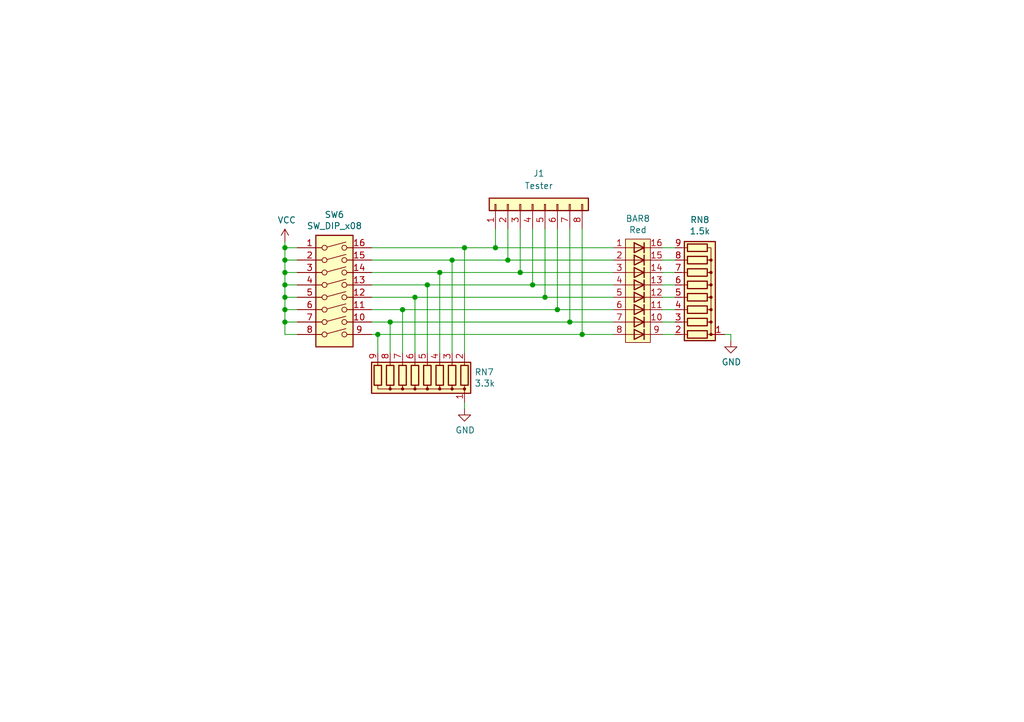
<source format=kicad_sch>
(kicad_sch (version 20250114) (generator "eeschema") (generator_version "9.0")
  (paper "User" 210.007 148.006)
  (title_block (title "Tester Module") (date "2023-05-23") (rev "A.32") (comment 2 "https://github.com/adrienkohlbecker/BB816") (comment 3 "Licensed under CERN-OHL-W v2") (comment 4 "Copyright © 2022-2023 Adrien Kohlbecker"))
  (lib_symbols
    (symbol "BB816:LED-Array-8" (pin_names (offset 1.016) (hide yes))
      (property "Reference" "BAR" (at 0 11.938 0))
      (property "Value" "LED-Array-8" (at 0.762 -12.065 0))
      (symbol "LED-Array-8_0_1"
        (polyline (pts (xy -2.54 8.89) (xy 2.54 8.89)))
        (polyline (pts (xy -2.54 6.35) (xy 2.54 6.35)))
        (polyline (pts (xy -2.54 3.81) (xy 2.54 3.81)))
        (polyline (pts (xy -2.54 -1.27) (xy 2.54 -1.27)))
        (polyline (pts (xy -2.54 -6.35) (xy 2.54 -6.35)))
        (polyline (pts (xy -2.54 -8.89) (xy 2.54 -8.89)))
        (polyline (pts (xy -0.762 9.906) (xy -0.762 7.874) (xy 1.27 8.89) (xy -0.762 9.906)) (stroke (width 0.254)))
        (polyline (pts (xy -0.762 7.366) (xy -0.762 5.334) (xy 1.27 6.35) (xy -0.762 7.366)) (stroke (width 0.254)))
        (polyline (pts (xy -0.762 4.826) (xy -0.762 2.794) (xy 1.27 3.81) (xy -0.762 4.826)) (stroke (width 0.254)))
        (polyline (pts (xy -0.762 2.286) (xy -0.762 0.254) (xy 1.27 1.27) (xy -0.762 2.286)) (stroke (width 0.254)))
        (polyline (pts (xy -0.762 -0.254) (xy -0.762 -2.286) (xy 1.27 -1.27) (xy -0.762 -0.254)) (stroke (width 0.254)))
        (polyline (pts (xy -0.762 -2.794) (xy -0.762 -4.826) (xy 1.27 -3.81) (xy -0.762 -2.794)) (stroke (width 0.254)))
        (polyline (pts (xy -0.762 -5.334) (xy -0.762 -7.366) (xy 1.27 -6.35) (xy -0.762 -5.334)) (stroke (width 0.254)))
        (polyline (pts (xy -0.762 -7.874) (xy -0.762 -9.906) (xy 1.27 -8.89) (xy -0.762 -7.874)) (stroke (width 0.254)))
        (polyline (pts (xy 1.27 9.906) (xy 1.27 7.874)) (stroke (width 0.254)))
        (polyline (pts (xy 1.27 7.366) (xy 1.27 5.334)) (stroke (width 0.254)))
        (polyline (pts (xy 1.27 4.826) (xy 1.27 2.794)) (stroke (width 0.254)))
        (polyline (pts (xy 1.27 2.286) (xy 1.27 0.254)) (stroke (width 0.254)))
        (polyline (pts (xy 1.27 -0.254) (xy 1.27 -2.286)) (stroke (width 0.254)))
        (polyline (pts (xy 1.27 -2.794) (xy 1.27 -4.826)) (stroke (width 0.254)))
        (polyline (pts (xy 1.27 -5.334) (xy 1.27 -7.366)) (stroke (width 0.254)))
        (polyline (pts (xy 1.27 -7.874) (xy 1.27 -9.906)) (stroke (width 0.254)))
        (rectangle (start 2.54 10.668) (end -2.54 -10.541) (fill (type background)))
        (polyline (pts (xy 2.54 1.27) (xy -2.54 1.27)))
        (polyline (pts (xy 2.54 -3.81) (xy -2.54 -3.81)))
      )
      (symbol "LED-Array-8_1_1"
        (pin passive line (at -5.08 8.89 0) (length 2.54) (name "A") (number "1"))
        (pin passive line (at -5.08 6.35 0) (length 2.54) (name "A") (number "2"))
        (pin passive line (at -5.08 3.81 0) (length 2.54) (name "A") (number "3"))
        (pin passive line (at -5.08 1.27 0) (length 2.54) (name "A") (number "4"))
        (pin passive line (at -5.08 -1.27 0) (length 2.54) (name "A") (number "5"))
        (pin passive line (at -5.08 -3.81 0) (length 2.54) (name "A") (number "6"))
        (pin passive line (at -5.08 -6.35 0) (length 2.54) (name "A") (number "7"))
        (pin passive line (at -5.08 -8.89 0) (length 2.54) (name "A") (number "8"))
        (pin passive line (at 5.08 8.89 180) (length 2.54) (name "K") (number "16"))
        (pin passive line (at 5.08 6.35 180) (length 2.54) (name "K") (number "15"))
        (pin passive line (at 5.08 3.81 180) (length 2.54) (name "K") (number "14"))
        (pin passive line (at 5.08 1.27 180) (length 2.54) (name "K") (number "13"))
        (pin passive line (at 5.08 -1.27 180) (length 2.54) (name "K") (number "12"))
        (pin passive line (at 5.08 -3.81 180) (length 2.54) (name "K") (number "11"))
        (pin passive line (at 5.08 -6.35 180) (length 2.54) (name "K") (number "10"))
        (pin passive line (at 5.08 -8.89 180) (length 2.54) (name "K") (number "9"))
      )
    )
    (symbol "Connector_Generic:Conn_01x08" (pin_names (offset 1.016) (hide yes))
      (property "Reference" "J" (at 0 10.16 0))
      (property "Value" "Conn_01x08" (at 0 -12.7 0))
      (symbol "Conn_01x08_1_1"
        (rectangle (start -1.27 8.89) (end 1.27 -11.43) (stroke (width 0.254)) (fill (type background)))
        (rectangle (start -1.27 7.747) (end 0 7.493) (stroke (width 0.1524)))
        (rectangle (start -1.27 5.207) (end 0 4.953) (stroke (width 0.1524)))
        (rectangle (start -1.27 2.667) (end 0 2.413) (stroke (width 0.1524)))
        (rectangle (start -1.27 0.127) (end 0 -0.127) (stroke (width 0.1524)))
        (rectangle (start -1.27 -2.413) (end 0 -2.667) (stroke (width 0.1524)))
        (rectangle (start -1.27 -4.953) (end 0 -5.207) (stroke (width 0.1524)))
        (rectangle (start -1.27 -7.493) (end 0 -7.747) (stroke (width 0.1524)))
        (rectangle (start -1.27 -10.033) (end 0 -10.287) (stroke (width 0.1524)))
        (pin passive line (at -5.08 7.62 0) (length 3.81) (name "Pin_1") (number "1"))
        (pin passive line (at -5.08 5.08 0) (length 3.81) (name "Pin_2") (number "2"))
        (pin passive line (at -5.08 2.54 0) (length 3.81) (name "Pin_3") (number "3"))
        (pin passive line (at -5.08 0 0) (length 3.81) (name "Pin_4") (number "4"))
        (pin passive line (at -5.08 -2.54 0) (length 3.81) (name "Pin_5") (number "5"))
        (pin passive line (at -5.08 -5.08 0) (length 3.81) (name "Pin_6") (number "6"))
        (pin passive line (at -5.08 -7.62 0) (length 3.81) (name "Pin_7") (number "7"))
        (pin passive line (at -5.08 -10.16 0) (length 3.81) (name "Pin_8") (number "8"))
      )
    )
    (symbol "Device:R_Network08" (pin_names (offset 0) (hide yes))
      (property "Reference" "RN" (at -12.7 0 90))
      (property "Value" "R_Network08" (at 10.16 0 90))
      (symbol "R_Network08_0_1"
        (rectangle (start -11.43 -3.175) (end 8.89 3.175) (stroke (width 0.254)) (fill (type background)))
        (rectangle (start -10.922 1.524) (end -9.398 -2.54) (stroke (width 0.254)))
        (circle (center -10.16 2.286) (radius 0.254) (fill (type outline)))
        (polyline (pts (xy -10.16 1.524) (xy -10.16 2.286) (xy -7.62 2.286) (xy -7.62 1.524)))
        (polyline (pts (xy -10.16 -2.54) (xy -10.16 -3.81)))
        (rectangle (start -8.382 1.524) (end -6.858 -2.54) (stroke (width 0.254)))
        (circle (center -7.62 2.286) (radius 0.254) (fill (type outline)))
        (polyline (pts (xy -7.62 1.524) (xy -7.62 2.286) (xy -5.08 2.286) (xy -5.08 1.524)))
        (polyline (pts (xy -7.62 -2.54) (xy -7.62 -3.81)))
        (rectangle (start -5.842 1.524) (end -4.318 -2.54) (stroke (width 0.254)))
        (circle (center -5.08 2.286) (radius 0.254) (fill (type outline)))
        (polyline (pts (xy -5.08 1.524) (xy -5.08 2.286) (xy -2.54 2.286) (xy -2.54 1.524)))
        (polyline (pts (xy -5.08 -2.54) (xy -5.08 -3.81)))
        (rectangle (start -3.302 1.524) (end -1.778 -2.54) (stroke (width 0.254)))
        (circle (center -2.54 2.286) (radius 0.254) (fill (type outline)))
        (polyline (pts (xy -2.54 1.524) (xy -2.54 2.286) (xy 0 2.286) (xy 0 1.524)))
        (polyline (pts (xy -2.54 -2.54) (xy -2.54 -3.81)))
        (rectangle (start -0.762 1.524) (end 0.762 -2.54) (stroke (width 0.254)))
        (circle (center 0 2.286) (radius 0.254) (fill (type outline)))
        (polyline (pts (xy 0 1.524) (xy 0 2.286) (xy 2.54 2.286) (xy 2.54 1.524)))
        (polyline (pts (xy 0 -2.54) (xy 0 -3.81)))
        (rectangle (start 1.778 1.524) (end 3.302 -2.54) (stroke (width 0.254)))
        (circle (center 2.54 2.286) (radius 0.254) (fill (type outline)))
        (polyline (pts (xy 2.54 1.524) (xy 2.54 2.286) (xy 5.08 2.286) (xy 5.08 1.524)))
        (polyline (pts (xy 2.54 -2.54) (xy 2.54 -3.81)))
        (rectangle (start 4.318 1.524) (end 5.842 -2.54) (stroke (width 0.254)))
        (circle (center 5.08 2.286) (radius 0.254) (fill (type outline)))
        (polyline (pts (xy 5.08 1.524) (xy 5.08 2.286) (xy 7.62 2.286) (xy 7.62 1.524)))
        (polyline (pts (xy 5.08 -2.54) (xy 5.08 -3.81)))
        (rectangle (start 6.858 1.524) (end 8.382 -2.54) (stroke (width 0.254)))
        (polyline (pts (xy 7.62 -2.54) (xy 7.62 -3.81)))
      )
      (symbol "R_Network08_1_1"
        (pin passive line (at -10.16 5.08 270) (length 2.54) (name "common") (number "1"))
        (pin passive line (at -10.16 -5.08 90) (length 1.27) (name "R1") (number "2"))
        (pin passive line (at -7.62 -5.08 90) (length 1.27) (name "R2") (number "3"))
        (pin passive line (at -5.08 -5.08 90) (length 1.27) (name "R3") (number "4"))
        (pin passive line (at -2.54 -5.08 90) (length 1.27) (name "R4") (number "5"))
        (pin passive line (at 0 -5.08 90) (length 1.27) (name "R5") (number "6"))
        (pin passive line (at 2.54 -5.08 90) (length 1.27) (name "R6") (number "7"))
        (pin passive line (at 5.08 -5.08 90) (length 1.27) (name "R7") (number "8"))
        (pin passive line (at 7.62 -5.08 90) (length 1.27) (name "R8") (number "9"))
      )
    )
    (symbol "Switch:SW_DIP_x08" (pin_names (offset 0) (hide yes))
      (property "Reference" "SW" (at 0 13.97 0))
      (property "Value" "SW_DIP_x08" (at 0 -11.43 0))
      (symbol "SW_DIP_x08_0_0"
        (circle (center -2.032 10.16) (radius 0.508))
        (circle (center -2.032 7.62) (radius 0.508))
        (circle (center -2.032 5.08) (radius 0.508))
        (circle (center -2.032 2.54) (radius 0.508))
        (circle (center -2.032 0) (radius 0.508))
        (circle (center -2.032 -2.54) (radius 0.508))
        (circle (center -2.032 -5.08) (radius 0.508))
        (circle (center -2.032 -7.62) (radius 0.508))
        (polyline (pts (xy -1.524 10.287) (xy 2.3622 11.3284)))
        (polyline (pts (xy -1.524 7.747) (xy 2.3622 8.7884)))
        (polyline (pts (xy -1.524 5.207) (xy 2.3622 6.2484)))
        (polyline (pts (xy -1.524 2.667) (xy 2.3622 3.7084)))
        (polyline (pts (xy -1.524 0.127) (xy 2.3622 1.1684)))
        (polyline (pts (xy -1.524 -2.3876) (xy 2.3622 -1.3462)))
        (polyline (pts (xy -1.524 -4.9276) (xy 2.3622 -3.8862)))
        (polyline (pts (xy -1.524 -7.4676) (xy 2.3622 -6.4262)))
        (circle (center 2.032 10.16) (radius 0.508))
        (circle (center 2.032 7.62) (radius 0.508))
        (circle (center 2.032 5.08) (radius 0.508))
        (circle (center 2.032 2.54) (radius 0.508))
        (circle (center 2.032 0) (radius 0.508))
        (circle (center 2.032 -2.54) (radius 0.508))
        (circle (center 2.032 -5.08) (radius 0.508))
        (circle (center 2.032 -7.62) (radius 0.508))
      )
      (symbol "SW_DIP_x08_0_1"
        (rectangle (start -3.81 12.7) (end 3.81 -10.16) (stroke (width 0.254)) (fill (type background)))
      )
      (symbol "SW_DIP_x08_1_1"
        (pin passive line (at -7.62 10.16 0) (length 5.08) (name "~") (number "1"))
        (pin passive line (at -7.62 7.62 0) (length 5.08) (name "~") (number "2"))
        (pin passive line (at -7.62 5.08 0) (length 5.08) (name "~") (number "3"))
        (pin passive line (at -7.62 2.54 0) (length 5.08) (name "~") (number "4"))
        (pin passive line (at -7.62 0 0) (length 5.08) (name "~") (number "5"))
        (pin passive line (at -7.62 -2.54 0) (length 5.08) (name "~") (number "6"))
        (pin passive line (at -7.62 -5.08 0) (length 5.08) (name "~") (number "7"))
        (pin passive line (at -7.62 -7.62 0) (length 5.08) (name "~") (number "8"))
        (pin passive line (at 7.62 10.16 180) (length 5.08) (name "~") (number "16"))
        (pin passive line (at 7.62 7.62 180) (length 5.08) (name "~") (number "15"))
        (pin passive line (at 7.62 5.08 180) (length 5.08) (name "~") (number "14"))
        (pin passive line (at 7.62 2.54 180) (length 5.08) (name "~") (number "13"))
        (pin passive line (at 7.62 0 180) (length 5.08) (name "~") (number "12"))
        (pin passive line (at 7.62 -2.54 180) (length 5.08) (name "~") (number "11"))
        (pin passive line (at 7.62 -5.08 180) (length 5.08) (name "~") (number "10"))
        (pin passive line (at 7.62 -7.62 180) (length 5.08) (name "~") (number "9"))
      )
    )
    (symbol "power:GND" (power) (pin_names (offset 0))
      (property "Value" "GND" (at 0 -3.81 0))
      (symbol "GND_0_1"
        (polyline (pts (xy 0 0) (xy 0 -1.27) (xy 1.27 -1.27) (xy 0 -2.54) (xy -1.27 -1.27) (xy 0 -1.27)))
      )
      (symbol "GND_1_1"
        (pin power_in line (at 0 0 270) (length 0) (hide yes) (name "GND") (number "1"))
      )
    )
    (symbol "power:VCC" (power) (pin_names (offset 0))
      (property "Value" "VCC" (at 0 3.81 0))
      (symbol "VCC_0_1"
        (polyline (pts (xy -0.762 1.27) (xy 0 2.54)))
        (polyline (pts (xy 0 2.54) (xy 0.762 1.27)))
        (polyline (pts (xy 0 0) (xy 0 2.54)))
      )
      (symbol "VCC_1_1"
        (pin power_in line (at 0 0 90) (length 0) (hide yes) (name "VCC") (number "1"))
      )
    )
  )
  (junction (at 82.55 63.5))
  (junction (at 119.38 68.58))
  (junction (at 90.17 55.88))
  (junction (at 109.22 58.42))
  (junction (at 58.42 63.5))
  (junction (at 116.84 66.04))
  (junction (at 87.63 58.42))
  (junction (at 58.42 55.88))
  (junction (at 111.76 60.96))
  (junction (at 58.42 66.04))
  (junction (at 80.01 66.04))
  (junction (at 95.25 50.8))
  (junction (at 104.14 53.34))
  (junction (at 114.3 63.5))
  (junction (at 92.71 53.34))
  (junction (at 101.6 50.8))
  (junction (at 58.42 58.42))
  (junction (at 106.68 55.88))
  (junction (at 85.09 60.96))
  (junction (at 58.42 53.34))
  (junction (at 58.42 50.8))
  (junction (at 77.47 68.58))
  (junction (at 58.42 60.96))
  (wire (pts (xy 80.01 66.04) (xy 76.2 66.04)))
  (wire (pts (xy 58.42 68.58) (xy 60.96 68.58)))
  (wire (pts (xy 77.47 72.39) (xy 77.47 68.58)))
  (wire (pts (xy 80.01 66.04) (xy 80.01 72.39)))
  (wire (pts (xy 95.25 83.82) (xy 95.25 82.55)))
  (wire (pts (xy 135.89 68.58) (xy 138.43 68.58)))
  (wire (pts (xy 125.73 50.8) (xy 101.6 50.8)))
  (wire (pts (xy 135.89 53.34) (xy 138.43 53.34)))
  (wire (pts (xy 111.76 60.96) (xy 85.09 60.96)))
  (wire (pts (xy 58.42 53.34) (xy 60.96 53.34)))
  (wire (pts (xy 60.96 50.8) (xy 58.42 50.8)))
  (wire (pts (xy 58.42 53.34) (xy 58.42 55.88)))
  (wire (pts (xy 101.6 46.99) (xy 101.6 50.8)))
  (wire (pts (xy 58.42 63.5) (xy 58.42 66.04)))
  (wire (pts (xy 95.25 72.39) (xy 95.25 50.8)))
  (wire (pts (xy 125.73 60.96) (xy 111.76 60.96)))
  (wire (pts (xy 119.38 46.99) (xy 119.38 68.58)))
  (wire (pts (xy 58.42 63.5) (xy 60.96 63.5)))
  (wire (pts (xy 82.55 63.5) (xy 82.55 72.39)))
  (wire (pts (xy 138.43 66.04) (xy 135.89 66.04)))
  (wire (pts (xy 76.2 63.5) (xy 82.55 63.5)))
  (wire (pts (xy 60.96 60.96) (xy 58.42 60.96)))
  (wire (pts (xy 76.2 68.58) (xy 77.47 68.58)))
  (wire (pts (xy 87.63 58.42) (xy 87.63 72.39)))
  (wire (pts (xy 135.89 63.5) (xy 138.43 63.5)))
  (wire (pts (xy 60.96 66.04) (xy 58.42 66.04)))
  (wire (pts (xy 116.84 46.99) (xy 116.84 66.04)))
  (wire (pts (xy 111.76 46.99) (xy 111.76 60.96)))
  (wire (pts (xy 116.84 66.04) (xy 80.01 66.04)))
  (wire (pts (xy 85.09 60.96) (xy 76.2 60.96)))
  (wire (pts (xy 109.22 58.42) (xy 125.73 58.42)))
  (wire (pts (xy 95.25 50.8) (xy 76.2 50.8)))
  (wire (pts (xy 114.3 46.99) (xy 114.3 63.5)))
  (wire (pts (xy 138.43 60.96) (xy 135.89 60.96)))
  (wire (pts (xy 85.09 60.96) (xy 85.09 72.39)))
  (wire (pts (xy 76.2 58.42) (xy 87.63 58.42)))
  (wire (pts (xy 58.42 55.88) (xy 58.42 58.42)))
  (wire (pts (xy 58.42 58.42) (xy 58.42 60.96)))
  (wire (pts (xy 76.2 53.34) (xy 92.71 53.34)))
  (wire (pts (xy 90.17 55.88) (xy 76.2 55.88)))
  (wire (pts (xy 109.22 46.99) (xy 109.22 58.42)))
  (wire (pts (xy 114.3 63.5) (xy 125.73 63.5)))
  (wire (pts (xy 58.42 50.8) (xy 58.42 53.34)))
  (wire (pts (xy 87.63 58.42) (xy 109.22 58.42)))
  (wire (pts (xy 125.73 55.88) (xy 106.68 55.88)))
  (wire (pts (xy 138.43 55.88) (xy 135.89 55.88)))
  (wire (pts (xy 58.42 60.96) (xy 58.42 63.5)))
  (wire (pts (xy 125.73 66.04) (xy 116.84 66.04)))
  (wire (pts (xy 138.43 50.8) (xy 135.89 50.8)))
  (wire (pts (xy 149.86 68.58) (xy 148.59 68.58)))
  (wire (pts (xy 104.14 46.99) (xy 104.14 53.34)))
  (wire (pts (xy 58.42 66.04) (xy 58.42 68.58)))
  (wire (pts (xy 90.17 55.88) (xy 90.17 72.39)))
  (wire (pts (xy 58.42 49.53) (xy 58.42 50.8)))
  (wire (pts (xy 77.47 68.58) (xy 119.38 68.58)))
  (wire (pts (xy 149.86 69.85) (xy 149.86 68.58)))
  (wire (pts (xy 106.68 55.88) (xy 90.17 55.88)))
  (wire (pts (xy 119.38 68.58) (xy 125.73 68.58)))
  (wire (pts (xy 60.96 55.88) (xy 58.42 55.88)))
  (wire (pts (xy 92.71 72.39) (xy 92.71 53.34)))
  (wire (pts (xy 106.68 46.99) (xy 106.68 55.88)))
  (wire (pts (xy 92.71 53.34) (xy 104.14 53.34)))
  (wire (pts (xy 58.42 58.42) (xy 60.96 58.42)))
  (wire (pts (xy 135.89 58.42) (xy 138.43 58.42)))
  (wire (pts (xy 104.14 53.34) (xy 125.73 53.34)))
  (wire (pts (xy 101.6 50.8) (xy 95.25 50.8)))
  (wire (pts (xy 82.55 63.5) (xy 114.3 63.5)))
  (symbol (lib_id "BB816:LED-Array-8") (at 130.81 59.69 0) (unit 1)
    (property "Reference" "BAR8" (at 130.81 44.831 0))
    (property "Value" "Red" (at 130.81 47.1424 0))
  )
  (symbol (lib_id "Device:R_Network08") (at 143.51 58.42 270) (mirror x) (unit 1)
    (property "Reference" "RN8" (at 143.51 45.085 90))
    (property "Value" "1.5k" (at 143.51 47.3964 90))
    (property "Footprint" "Resistor_THT:R_Array_SIP9" (effects (hide yes)))
    (property "Datasheet" "http://www.vishay.com/docs/31509/csc.pdf" (effects (hide yes)))
  )
  (symbol (lib_id "Switch:SW_DIP_x08") (at 68.58 60.96 0) (unit 1)
    (property "Reference" "SW6" (at 68.58 44.0182 0))
    (property "Value" "SW_DIP_x08" (at 68.58 46.3296 0))
  )
  (symbol (lib_id "power:GND") (at 149.86 69.85 0) (unit 1)
    (property "Reference" "#PWR0114" (effects (hide yes)))
    (property "Value" "GND" (at 149.987 74.2442 0))
  )
  (symbol (lib_id "power:VCC") (at 58.42 49.53 0) (unit 1)
    (property "Reference" "#PWR0112" (effects (hide yes)))
    (property "Value" "VCC" (at 58.801 45.1358 0))
  )
  (symbol (lib_id "Device:R_Network08") (at 85.09 77.47 180) (unit 1)
    (property "Reference" "RN7" (at 97.282 76.3016 0) (effects (justify right)))
    (property "Value" "3.3k" (at 97.282 78.613 0) (effects (justify right)))
    (property "Footprint" "Resistor_THT:R_Array_SIP9" (effects (hide yes)))
    (property "Datasheet" "http://www.vishay.com/docs/31509/csc.pdf" (effects (hide yes)))
  )
  (symbol (lib_id "power:GND") (at 95.25 83.82 0) (unit 1)
    (property "Reference" "#PWR0113" (effects (hide yes)))
    (property "Value" "GND" (at 95.377 88.2142 0))
  )
  (symbol (lib_id "Connector_Generic:Conn_01x08") (at 109.22 41.91 90) (unit 1)
    (property "Reference" "J1" (at 110.49 35.56 90))
    (property "Value" "Tester" (at 110.49 38.1 90))
  )
)
</source>
